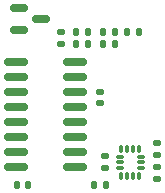
<source format=gbr>
%TF.GenerationSoftware,KiCad,Pcbnew,7.0.10*%
%TF.CreationDate,2024-01-21T16:59:30+01:00*%
%TF.ProjectId,powermeter,706f7765-726d-4657-9465-722e6b696361,rev?*%
%TF.SameCoordinates,Original*%
%TF.FileFunction,Paste,Top*%
%TF.FilePolarity,Positive*%
%FSLAX46Y46*%
G04 Gerber Fmt 4.6, Leading zero omitted, Abs format (unit mm)*
G04 Created by KiCad (PCBNEW 7.0.10) date 2024-01-21 16:59:30*
%MOMM*%
%LPD*%
G01*
G04 APERTURE LIST*
G04 Aperture macros list*
%AMRoundRect*
0 Rectangle with rounded corners*
0 $1 Rounding radius*
0 $2 $3 $4 $5 $6 $7 $8 $9 X,Y pos of 4 corners*
0 Add a 4 corners polygon primitive as box body*
4,1,4,$2,$3,$4,$5,$6,$7,$8,$9,$2,$3,0*
0 Add four circle primitives for the rounded corners*
1,1,$1+$1,$2,$3*
1,1,$1+$1,$4,$5*
1,1,$1+$1,$6,$7*
1,1,$1+$1,$8,$9*
0 Add four rect primitives between the rounded corners*
20,1,$1+$1,$2,$3,$4,$5,0*
20,1,$1+$1,$4,$5,$6,$7,0*
20,1,$1+$1,$6,$7,$8,$9,0*
20,1,$1+$1,$8,$9,$2,$3,0*%
G04 Aperture macros list end*
%ADD10RoundRect,0.135000X-0.185000X0.135000X-0.185000X-0.135000X0.185000X-0.135000X0.185000X0.135000X0*%
%ADD11RoundRect,0.140000X-0.140000X-0.170000X0.140000X-0.170000X0.140000X0.170000X-0.140000X0.170000X0*%
%ADD12RoundRect,0.135000X-0.135000X-0.185000X0.135000X-0.185000X0.135000X0.185000X-0.135000X0.185000X0*%
%ADD13RoundRect,0.150000X-0.587500X-0.150000X0.587500X-0.150000X0.587500X0.150000X-0.587500X0.150000X0*%
%ADD14RoundRect,0.140000X-0.170000X0.140000X-0.170000X-0.140000X0.170000X-0.140000X0.170000X0.140000X0*%
%ADD15RoundRect,0.135000X0.185000X-0.135000X0.185000X0.135000X-0.185000X0.135000X-0.185000X-0.135000X0*%
%ADD16RoundRect,0.150000X0.850000X0.150000X-0.850000X0.150000X-0.850000X-0.150000X0.850000X-0.150000X0*%
%ADD17RoundRect,0.087500X-0.087500X0.225000X-0.087500X-0.225000X0.087500X-0.225000X0.087500X0.225000X0*%
%ADD18RoundRect,0.087500X-0.225000X0.087500X-0.225000X-0.087500X0.225000X-0.087500X0.225000X0.087500X0*%
G04 APERTURE END LIST*
D10*
%TO.C,R2*%
X58674000Y-44704000D03*
X58674000Y-45724000D03*
%TD*%
D11*
%TO.C,C5*%
X61468000Y-57658000D03*
X62428000Y-57658000D03*
%TD*%
D12*
%TO.C,R3*%
X59942000Y-45720000D03*
X60962000Y-45720000D03*
%TD*%
D13*
%TO.C,Q1*%
X55118000Y-42672000D03*
X55118000Y-44572000D03*
X56993000Y-43622000D03*
%TD*%
D11*
%TO.C,C4*%
X59944000Y-44704000D03*
X60904000Y-44704000D03*
%TD*%
D14*
%TO.C,C6*%
X62357000Y-55245000D03*
X62357000Y-56205000D03*
%TD*%
D10*
%TO.C,R4*%
X66802000Y-54098000D03*
X66802000Y-55118000D03*
%TD*%
D12*
%TO.C,R1*%
X62230000Y-44704000D03*
X63250000Y-44704000D03*
%TD*%
D11*
%TO.C,C3*%
X54920000Y-57658000D03*
X55880000Y-57658000D03*
%TD*%
D14*
%TO.C,C2*%
X61976000Y-49784000D03*
X61976000Y-50744000D03*
%TD*%
D15*
%TO.C,R5*%
X66802000Y-57154000D03*
X66802000Y-56134000D03*
%TD*%
D16*
%TO.C,U2*%
X59827000Y-56134000D03*
X59827000Y-54864000D03*
X59827000Y-53594000D03*
X59827000Y-52324000D03*
X59827000Y-51054000D03*
X59827000Y-49784000D03*
X59827000Y-48514000D03*
X59827000Y-47244000D03*
X54827000Y-47244000D03*
X54827000Y-48514000D03*
X54827000Y-49784000D03*
X54827000Y-51054000D03*
X54827000Y-52324000D03*
X54827000Y-53594000D03*
X54827000Y-54864000D03*
X54827000Y-56134000D03*
%TD*%
D12*
%TO.C,R6*%
X64262000Y-44704000D03*
X65282000Y-44704000D03*
%TD*%
D17*
%TO.C,U3*%
X65278000Y-54610000D03*
X64778000Y-54610000D03*
X64278000Y-54610000D03*
X63778000Y-54610000D03*
D18*
X63615500Y-55272500D03*
X63615500Y-55772500D03*
X63615500Y-56272500D03*
D17*
X63778000Y-56935000D03*
X64278000Y-56935000D03*
X64778000Y-56935000D03*
X65278000Y-56935000D03*
D18*
X65440500Y-56272500D03*
X65440500Y-55772500D03*
X65440500Y-55272500D03*
%TD*%
D11*
%TO.C,C1*%
X62230000Y-45720000D03*
X63190000Y-45720000D03*
%TD*%
M02*

</source>
